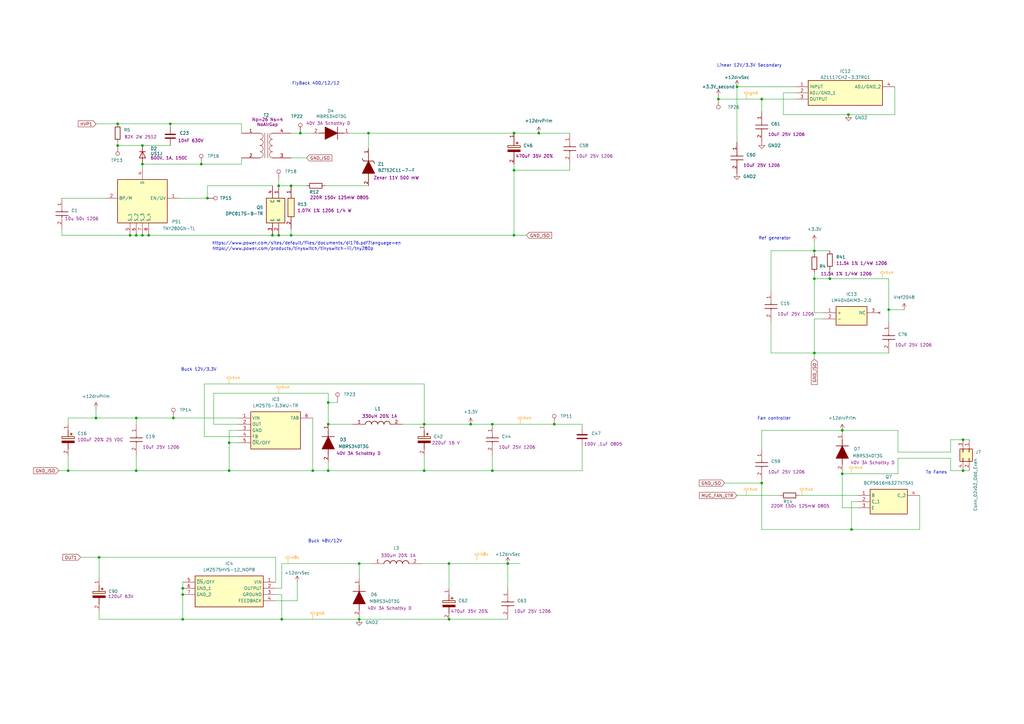
<source format=kicad_sch>
(kicad_sch (version 20250114) (generator "eeschema") (generator_version "9.0")
  (paper "A3")
  (title_block (title "LLC 400V/48V 1200W 100kHz") (date "2025-10-14") (rev "5") (company "Abdelaziz BOUZIANI"))
  (text "Buck 12V/3.3V" (at 81.534 151.638 0) (effects (font (size 1.27 1.27))))
  (text "To Fanes\n" (at 384.048 193.802 0) (effects (font (size 1.27 1.27))))
  (text "Buck 48V/12V" (at 133.35 221.996 0) (effects (font (size 1.27 1.27))))
  (text "Linear 12V/3.3V Secondary\n" (at 307.34 26.924 0) (effects (font (size 1.27 1.27))))
  (text "Fan controller" (at 317.5 171.704 0) (effects (font (size 1.27 1.27))))
  (text "https://www.power.com/products/tinyswitch/tinyswitch-iii/tny280p" (at 120.142 102.108 0) (effects (font (size 1.27 1.27))))
  (text "Ref generator" (at 317.754 97.79 0) (effects (font (size 1.27 1.27))))
  (text "FlyBack 400/12/12" (at 129.54 34.29 0) (effects (font (size 1.27 1.27))))
  (text "https://www.power.com/sites/default/files/documents/di176.pdf?language=en" (at 125.73 99.822 0) (effects (font (size 1.27 1.27))))
  (junction (at 119.38 96.52))
  (junction (at 93.98 181.61))
  (junction (at 208.28 231.14))
  (junction (at 128.27 193.04))
  (junction (at 394.97 193.04))
  (junction (at 55.88 96.52))
  (junction (at 114.3 76.2))
  (junction (at 48.26 50.8))
  (junction (at 74.93 243.84))
  (junction (at 60.96 96.52))
  (junction (at 302.26 35.56))
  (junction (at 349.25 217.17))
  (junction (at 201.93 193.04))
  (junction (at 210.82 54.61))
  (junction (at 39.37 171.45))
  (junction (at 114.3 96.52))
  (junction (at 334.01 102.87))
  (junction (at 147.32 231.14))
  (junction (at 151.13 54.61))
  (junction (at 347.98 46.99))
  (junction (at 74.93 254))
  (junction (at 134.62 173.99))
  (junction (at 201.93 173.99))
  (junction (at 220.98 54.61))
  (junction (at 210.82 69.85))
  (junction (at 48.26 59.69))
  (junction (at 71.12 171.45))
  (junction (at 134.62 193.04))
  (junction (at 345.44 176.53))
  (junction (at 58.42 59.69))
  (junction (at 173.99 193.04))
  (junction (at 364.49 127))
  (junction (at 40.64 228.6))
  (junction (at 334.01 144.78))
  (junction (at 58.42 67.31))
  (junction (at 193.04 173.99))
  (junction (at 184.15 231.14))
  (junction (at 123.19 54.61))
  (junction (at 210.82 96.52))
  (junction (at 394.97 180.34))
  (junction (at 147.32 254))
  (junction (at 334.01 114.3))
  (junction (at 93.98 193.04))
  (junction (at 312.42 40.64))
  (junction (at 173.99 173.99))
  (junction (at 55.88 171.45))
  (junction (at 85.09 81.28))
  (junction (at 74.93 241.3))
  (junction (at 119.38 76.2))
  (junction (at 53.34 96.52))
  (junction (at 345.44 194.31))
  (junction (at 294.64 40.64))
  (junction (at 27.94 193.04))
  (junction (at 340.36 114.3))
  (junction (at 134.62 165.1))
  (junction (at 312.42 198.12))
  (junction (at 111.76 96.52))
  (junction (at 69.85 50.8))
  (junction (at 55.88 193.04))
  (junction (at 227.33 173.99))
  (junction (at 115.57 254))
  (junction (at 82.55 67.31))
  (junction (at 58.42 96.52))
  (junction (at 184.15 254))
  (wire (pts (xy 147.32 231.14) (xy 147.32 237.49)))
  (wire (pts (xy 312.42 198.12) (xy 297.18 198.12)))
  (wire (pts (xy 55.88 193.04) (xy 55.88 186.69)))
  (wire (pts (xy 93.98 176.53) (xy 97.79 176.53)))
  (wire (pts (xy 33.02 228.6) (xy 40.64 228.6)))
  (wire (pts (xy 53.34 96.52) (xy 55.88 96.52)))
  (wire (pts (xy 55.88 96.52) (xy 58.42 96.52)))
  (wire (pts (xy 27.94 171.45) (xy 39.37 171.45)))
  (wire (pts (xy 87.63 161.29) (xy 134.62 161.29)))
  (wire (pts (xy 55.88 171.45) (xy 55.88 173.99)))
  (wire (pts (xy 312.42 196.85) (xy 312.42 198.12)))
  (wire (pts (xy 316.23 144.78) (xy 334.01 144.78)))
  (wire (pts (xy 397.51 180.34) (xy 394.97 180.34)))
  (wire (pts (xy 201.93 193.04) (xy 201.93 186.69)))
  (wire (pts (xy 115.57 241.3) (xy 113.03 241.3)))
  (wire (pts (xy 233.68 69.85) (xy 210.82 69.85)))
  (wire (pts (xy 368.3 187.96) (xy 389.89 187.96)))
  (wire (pts (xy 389.89 187.96) (xy 389.89 193.04)))
  (wire (pts (xy 85.09 76.2) (xy 111.76 76.2)))
  (wire (pts (xy 334.01 144.78) (xy 334.01 147.32)))
  (wire (pts (xy 389.89 193.04) (xy 394.97 193.04)))
  (wire (pts (xy 134.62 189.23) (xy 134.62 193.04)))
  (wire (pts (xy 147.32 254) (xy 184.15 254)))
  (wire (pts (xy 334.01 102.87) (xy 334.01 104.14)))
  (wire (pts (xy 201.93 173.99) (xy 227.33 173.99)))
  (wire (pts (xy 85.09 76.2) (xy 85.09 81.28)))
  (wire (pts (xy 25.4 81.28) (xy 43.18 81.28)))
  (wire (pts (xy 40.64 228.6) (xy 113.03 228.6)))
  (wire (pts (xy 184.15 254) (xy 208.28 254)))
  (wire (pts (xy 115.57 243.84) (xy 115.57 254)))
  (wire (pts (xy 74.93 243.84) (xy 74.93 254)))
  (wire (pts (xy 39.37 50.8) (xy 48.26 50.8)))
  (wire (pts (xy 210.82 54.61) (xy 220.98 54.61)))
  (wire (pts (xy 93.98 181.61) (xy 93.98 193.04)))
  (wire (pts (xy 123.19 54.61) (xy 128.27 54.61)))
  (wire (pts (xy 316.23 132.08) (xy 316.23 144.78)))
  (wire (pts (xy 27.94 193.04) (xy 55.88 193.04)))
  (wire (pts (xy 119.38 76.2) (xy 125.73 76.2)))
  (wire (pts (xy 321.31 38.1) (xy 326.39 38.1)))
  (wire (pts (xy 312.42 176.53) (xy 312.42 184.15)))
  (wire (pts (xy 115.57 241.3) (xy 115.57 231.14)))
  (wire (pts (xy 334.01 114.3) (xy 334.01 111.76)))
  (wire (pts (xy 316.23 102.87) (xy 316.23 119.38)))
  (wire (pts (xy 312.42 217.17) (xy 349.25 217.17)))
  (wire (pts (xy 134.62 161.29) (xy 134.62 165.1)))
  (wire (pts (xy 201.93 193.04) (xy 238.76 193.04)))
  (wire (pts (xy 25.4 96.52) (xy 53.34 96.52)))
  (wire (pts (xy 111.76 96.52) (xy 114.3 96.52)))
  (wire (pts (xy 312.42 176.53) (xy 345.44 176.53)))
  (wire (pts (xy 210.82 69.85) (xy 210.82 67.31)))
  (wire (pts (xy 173.99 193.04) (xy 173.99 186.69)))
  (wire (pts (xy 364.49 127) (xy 370.84 127)))
  (wire (pts (xy 113.03 228.6) (xy 113.03 238.76)))
  (wire (pts (xy 334.01 99.06) (xy 334.01 102.87)))
  (wire (pts (xy 82.55 67.31) (xy 99.06 67.31)))
  (wire (pts (xy 83.82 179.07) (xy 97.79 179.07)))
  (wire (pts (xy 97.79 173.99) (xy 87.63 173.99)))
  (wire (pts (xy 349.25 217.17) (xy 377.19 217.17)))
  (wire (pts (xy 24.13 193.04) (xy 27.94 193.04)))
  (wire (pts (xy 119.38 54.61) (xy 123.19 54.61)))
  (wire (pts (xy 368.3 194.31) (xy 368.3 187.96)))
  (wire (pts (xy 334.01 130.81) (xy 334.01 144.78)))
  (wire (pts (xy 48.26 50.8) (xy 69.85 50.8)))
  (wire (pts (xy 133.35 76.2) (xy 151.13 76.2)))
  (wire (pts (xy 74.93 241.3) (xy 74.93 243.84)))
  (wire (pts (xy 113.03 246.38) (xy 121.92 246.38)))
  (wire (pts (xy 151.13 60.96) (xy 151.13 54.61)))
  (wire (pts (xy 99.06 50.8) (xy 99.06 54.61)))
  (wire (pts (xy 87.63 173.99) (xy 87.63 161.29)))
  (wire (pts (xy 294.64 40.64) (xy 312.42 40.64)))
  (wire (pts (xy 368.3 185.42) (xy 389.89 185.42)))
  (wire (pts (xy 345.44 208.28) (xy 351.79 208.28)))
  (wire (pts (xy 302.26 35.56) (xy 302.26 58.42)))
  (wire (pts (xy 58.42 67.31) (xy 82.55 67.31)))
  (wire (pts (xy 85.09 81.28) (xy 73.66 81.28)))
  (wire (pts (xy 172.72 231.14) (xy 184.15 231.14)))
  (wire (pts (xy 368.3 176.53) (xy 368.3 185.42)))
  (wire (pts (xy 114.3 96.52) (xy 119.38 96.52)))
  (wire (pts (xy 302.26 203.2) (xy 320.04 203.2)))
  (wire (pts (xy 39.37 167.64) (xy 39.37 171.45)))
  (wire (pts (xy 55.88 193.04) (xy 93.98 193.04)))
  (wire (pts (xy 340.36 110.49) (xy 340.36 114.3)))
  (wire (pts (xy 69.85 50.8) (xy 99.06 50.8)))
  (wire (pts (xy 238.76 175.26) (xy 238.76 173.99)))
  (wire (pts (xy 208.28 231.14) (xy 208.28 241.3)))
  (wire (pts (xy 184.15 231.14) (xy 184.15 241.3)))
  (wire (pts (xy 193.04 173.99) (xy 201.93 173.99)))
  (wire (pts (xy 128.27 193.04) (xy 134.62 193.04)))
  (wire (pts (xy 227.33 173.99) (xy 238.76 173.99)))
  (wire (pts (xy 173.99 157.48) (xy 173.99 173.99)))
  (wire (pts (xy 345.44 194.31) (xy 345.44 208.28)))
  (wire (pts (xy 233.68 67.31) (xy 233.68 69.85)))
  (wire (pts (xy 173.99 193.04) (xy 201.93 193.04)))
  (wire (pts (xy 134.62 165.1) (xy 134.62 173.99)))
  (wire (pts (xy 69.85 52.07) (xy 69.85 50.8)))
  (wire (pts (xy 93.98 193.04) (xy 128.27 193.04)))
  (wire (pts (xy 128.27 171.45) (xy 128.27 193.04)))
  (wire (pts (xy 364.49 127) (xy 364.49 132.08)))
  (wire (pts (xy 119.38 64.77) (xy 125.73 64.77)))
  (wire (pts (xy 93.98 176.53) (xy 93.98 181.61)))
  (wire (pts (xy 83.82 157.48) (xy 173.99 157.48)))
  (wire (pts (xy 58.42 67.31) (xy 58.42 68.58)))
  (wire (pts (xy 114.3 76.2) (xy 119.38 76.2)))
  (wire (pts (xy 347.98 46.99) (xy 321.31 46.99)))
  (wire (pts (xy 119.38 93.98) (xy 119.38 96.52)))
  (wire (pts (xy 327.66 203.2) (xy 351.79 203.2)))
  (wire (pts (xy 99.06 67.31) (xy 99.06 64.77)))
  (wire (pts (xy 210.82 69.85) (xy 210.82 96.52)))
  (wire (pts (xy 27.94 193.04) (xy 27.94 186.69)))
  (wire (pts (xy 302.26 35.56) (xy 326.39 35.56)))
  (wire (pts (xy 334.01 114.3) (xy 334.01 128.27)))
  (wire (pts (xy 74.93 254) (xy 115.57 254)))
  (wire (pts (xy 147.32 231.14) (xy 152.4 231.14)))
  (wire (pts (xy 345.44 176.53) (xy 368.3 176.53)))
  (wire (pts (xy 389.89 180.34) (xy 389.89 185.42)))
  (wire (pts (xy 334.01 102.87) (xy 340.36 102.87)))
  (wire (pts (xy 210.82 96.52) (xy 215.9 96.52)))
  (wire (pts (xy 134.62 165.1) (xy 138.43 165.1)))
  (wire (pts (xy 115.57 231.14) (xy 147.32 231.14)))
  (wire (pts (xy 238.76 182.88) (xy 238.76 193.04)))
  (wire (pts (xy 345.44 176.53) (xy 345.44 177.8)))
  (wire (pts (xy 147.32 252.73) (xy 147.32 254)))
  (wire (pts (xy 377.19 203.2) (xy 377.19 217.17)))
  (wire (pts (xy 340.36 114.3) (xy 364.49 114.3)))
  (wire (pts (xy 312.42 40.64) (xy 312.42 45.72)))
  (wire (pts (xy 337.82 128.27) (xy 334.01 128.27)))
  (wire (pts (xy 165.1 173.99) (xy 173.99 173.99)))
  (wire (pts (xy 312.42 40.64) (xy 326.39 40.64)))
  (wire (pts (xy 40.64 228.6) (xy 40.64 237.49)))
  (wire (pts (xy 143.51 54.61) (xy 151.13 54.61)))
  (wire (pts (xy 208.28 231.14) (xy 213.36 231.14)))
  (wire (pts (xy 334.01 114.3) (xy 340.36 114.3)))
  (wire (pts (xy 115.57 254) (xy 147.32 254)))
  (wire (pts (xy 367.03 35.56) (xy 367.03 46.99)))
  (wire (pts (xy 220.98 54.61) (xy 233.68 54.61)))
  (wire (pts (xy 74.93 238.76) (xy 74.93 241.3)))
  (wire (pts (xy 364.49 144.78) (xy 334.01 144.78)))
  (wire (pts (xy 349.25 205.74) (xy 349.25 217.17)))
  (wire (pts (xy 334.01 102.87) (xy 316.23 102.87)))
  (wire (pts (xy 121.92 238.76) (xy 121.92 246.38)))
  (wire (pts (xy 321.31 46.99) (xy 321.31 38.1)))
  (wire (pts (xy 151.13 54.61) (xy 210.82 54.61)))
  (wire (pts (xy 394.97 180.34) (xy 389.89 180.34)))
  (wire (pts (xy 345.44 193.04) (xy 345.44 194.31)))
  (wire (pts (xy 71.12 171.45) (xy 55.88 171.45)))
  (wire (pts (xy 58.42 96.52) (xy 60.96 96.52)))
  (wire (pts (xy 27.94 171.45) (xy 27.94 173.99)))
  (wire (pts (xy 39.37 171.45) (xy 55.88 171.45)))
  (wire (pts (xy 48.26 59.69) (xy 48.26 58.42)))
  (wire (pts (xy 97.79 171.45) (xy 71.12 171.45)))
  (wire (pts (xy 60.96 96.52) (xy 111.76 96.52)))
  (wire (pts (xy 40.64 254) (xy 74.93 254)))
  (wire (pts (xy 184.15 231.14) (xy 208.28 231.14)))
  (wire (pts (xy 58.42 59.69) (xy 69.85 59.69)))
  (wire (pts (xy 40.64 250.19) (xy 40.64 254)))
  (wire (pts (xy 334.01 130.81) (xy 337.82 130.81)))
  (wire (pts (xy 113.03 243.84) (xy 115.57 243.84)))
  (wire (pts (xy 173.99 173.99) (xy 193.04 173.99)))
  (wire (pts (xy 83.82 157.48) (xy 83.82 179.07)))
  (wire (pts (xy 312.42 198.12) (xy 312.42 217.17)))
  (wire (pts (xy 25.4 93.98) (xy 25.4 96.52)))
  (wire (pts (xy 294.64 40.64) (xy 294.64 39.37)))
  (wire (pts (xy 134.62 173.99) (xy 144.78 173.99)))
  (wire (pts (xy 364.49 114.3) (xy 364.49 127)))
  (wire (pts (xy 349.25 205.74) (xy 351.79 205.74)))
  (wire (pts (xy 367.03 46.99) (xy 347.98 46.99)))
  (wire (pts (xy 114.3 73.66) (xy 114.3 76.2)))
  (wire (pts (xy 345.44 194.31) (xy 368.3 194.31)))
  (wire (pts (xy 394.97 193.04) (xy 397.51 193.04)))
  (wire (pts (xy 93.98 181.61) (xy 97.79 181.61)))
  (wire (pts (xy 119.38 96.52) (xy 210.82 96.52)))
  (wire (pts (xy 48.26 59.69) (xy 58.42 59.69)))
  (wire (pts (xy 134.62 193.04) (xy 173.99 193.04)))
  (global_label "OUT1" (shape input) (at 33.02 228.6 180) (property "Intersheetrefs" "${INTERSHEET_REFS}" (effects (hide yes))))
  (global_label "MUC_FAN_CTR" (shape input) (at 302.26 203.2 180) (property "Intersheetrefs" "${INTERSHEET_REFS}" (effects (hide yes))))
  (global_label "GND_ISO" (shape input) (at 297.18 198.12 180) (property "Intersheetrefs" "${INTERSHEET_REFS}" (effects (hide yes))))
  (global_label "GND_ISO" (shape input) (at 24.13 193.04 180) (property "Intersheetrefs" "${INTERSHEET_REFS}" (effects (hide yes))))
  (global_label "HVP1" (shape input) (at 39.37 50.8 180) (property "Intersheetrefs" "${INTERSHEET_REFS}" (effects (hide yes))))
  (global_label "GND_ISO" (shape input) (at 215.9 96.52 0) (property "Intersheetrefs" "${INTERSHEET_REFS}" (effects (hide yes))))
  (global_label "GND_ISO" (shape input) (at 334.01 147.32 270) (property "Intersheetrefs" "${INTERSHEET_REFS}" (effects (hide yes))))
  (global_label "GND_ISO" (shape input) (at 125.73 64.77 0) (property "Intersheetrefs" "${INTERSHEET_REFS}" (effects (hide yes))))
  (netclass_flag "" (length 2.54) (shape diamond) (at 128.27 254 0) (property "Netclass" "gnd" (at 129.4765 251.46 0) (effects (justify left))))
  (netclass_flag "" (length 2.54) (shape diamond) (at 118.11 231.14 0) (property "Netclass" "48v" (at 119.3165 228.6 0) (effects (justify left))))
  (netclass_flag "" (length 2.54) (shape diamond) (at 361.95 114.3 0) (property "Netclass" "hvn" (at 363.1565 111.76 0) (effects (justify left))))
  (netclass_flag "" (length 2.54) (shape diamond) (at 306.07 203.2 0) (property "Netclass" "hvn" (at 307.2765 200.66 0) (effects (justify left))))
  (netclass_flag "" (length 2.54) (shape diamond) (at 306.07 40.64 0) (property "Netclass" "gnd" (at 307.2765 38.1 0) (effects (justify left))))
  (netclass_flag "" (length 2.54) (shape diamond) (at 114.3 161.29 0) (property "Netclass" "hvn" (at 115.5065 158.75 0) (effects (justify left))))
  (netclass_flag "" (length 2.54) (shape diamond) (at 93.98 157.48 0) (property "Netclass" "hvn" (at 95.1865 154.94 0) (effects (justify left))))
  (netclass_flag "" (length 2.54) (shape diamond) (at 213.36 173.99 0) (property "Netclass" "hvn" (at 214.5665 171.45 0) (effects (justify left))))
  (netclass_flag "" (length 2.54) (shape diamond) (at 349.25 194.31 0) (property "Netclass" "hvn" (at 350.4565 191.77 0) (effects (justify left))))
  (netclass_flag "" (length 2.54) (shape diamond) (at 328.93 203.2 0) (property "Netclass" "hvn" (at 330.1365 200.66 0) (effects (justify left))))
  (netclass_flag "" (length 2.54) (shape diamond) (at 195.58 229.87 0) (property "Netclass" "48v" (at 196.7865 227.33 0) (effects (justify left))))
  (symbol (lib_id "power:GND2") (at 147.32 254 0) (unit 1)
    (property "Reference" "#PWR030" (effects (hide yes)))
    (property "Value" "GND2" (at 149.86 255.2699 0) (effects (justify left)))
    (property "Description" "Power symbol creates a global label with name \"GND2\" , ground" (effects (hide yes)))
  )
  (symbol (lib_id "Connector:TestPoint") (at 227.33 173.99 0) (unit 1)
    (property "Reference" "TP11" (at 229.87 170.6879 0) (effects (justify left)))
    (property "Value" "TestPoint" (effects (hide yes)))
    (property "Footprint" "TestPoint:TestPoint_Pad_D1.0mm" (effects (hide yes)))
    (property "Description" "test point" (effects (hide yes)))
  )
  (symbol (lib_id "AZ1117CH2-3_3TRG1:AZ1117CH2-3.3TRG1") (at 326.39 35.56 0) (unit 1)
    (property "Reference" "IC12" (at 346.71 29.21 0))
    (property "Value" "AZ1117CH2-3.3TRG1" (at 346.71 31.75 0))
    (property "Footprint" "SOT230P700X180-4N" (effects (hide yes)))
    (property "Datasheet" "https://www.diodes.com//assets/Datasheets/AZ1117C.pdf" (effects (hide yes)))
    (property "Description" "LDO Voltage Regulators LDO BJT HiCurr SOT223 T&R 4K" (effects (hide yes)))
    (property "Height" "1.8" (effects (hide yes)))
    (property "Mouser Part Number" "621-AZ1117CH2-33TRG1" (effects (hide yes)))
    (property "Mouser Price/Stock" "https://www.mouser.co.uk/ProductDetail/Diodes-Incorporated/AZ1117CH2-3.3TRG1?qs=lQAVKuKFhkLc7jCxso2G3w%3D%3D" (effects (hide yes)))
    (property "Manufacturer_Name" "Diodes Incorporated" (effects (hide yes)))
    (property "Manufacturer_Part_Number" "AZ1117CH2-3.3TRG1" (effects (hide yes)))
  )
  (symbol (lib_id "power:+5V") (at 193.04 173.99 0) (unit 1)
    (property "Reference" "#PWR019" (effects (hide yes)))
    (property "Value" "+3.3V" (at 193.04 168.91 0))
    (property "Description" "Power symbol creates a global label with name \"+5V\"" (effects (hide yes)))
  )
  (symbol (lib_id "BZT52C11-7-F:BZT52C11-7-F") (at 151.13 60.96 270) (unit 1)
    (property "Reference" "Z1" (at 154.94 67.3099 90) (effects (justify left)))
    (property "Value" "BZT52C11-7-F" (at 154.94 69.8499 90) (effects (justify left)))
    (property "Footprint" "BZT52C11-7-F:SOD3716X145N" (effects (hide yes)))
    (property "Datasheet" "https://www.diodes.com//assets/Datasheets/ds18004.pdf" (effects (hide yes)))
    (property "Description" "Zener 11V 500 mW" (at 162.56 72.898 90))
    (property "Height" "1.45" (effects (hide yes)))
    (property "Mouser Part Number" "621-BZT52C11-F" (effects (hide yes)))
    (property "Mouser Price/Stock" "https://www.mouser.co.uk/ProductDetail/Diodes-Incorporated/BZT52C11-7-F?qs=NCeJV9s1cFlH%2FmA72UzX4g%3D%3D" (effects (hide yes)))
    (property "Manufacturer_Name" "Diodes Incorporated" (effects (hide yes)))
    (property "Manufacturer_Part_Number" "BZT52C11-7-F" (effects (hide yes)))
  )
  (symbol (lib_id "LM4040AIM3-10_0_NOPB:LM4040AIM3-10.0_NOPB") (at 337.82 128.27 0) (unit 1)
    (property "Reference" "IC13" (at 349.25 120.65 0))
    (property "Value" "LM4040AIM3-2.0" (at 349.25 123.19 0))
    (property "Footprint" "LM4040AIM3-10.0_NOPB:SOT95P237X112-3N" (effects (hide yes)))
    (property "Datasheet" "https://www.ti.com/lit/ds/symlink/lm4040c25-ep.pdf?ts=1759651217948&ref_url=https%253A%252F%252Fwww.ti.com%252Fproduct%252FLM4040C25-EP%253Futm_source%253Dgoogle%2526utm_medium%253Dcpc%2526utm_campaign%253Dapp-lp-null-44700045336317554_prodfolderdynamic-cpc-pf-google-eu_en_int%2526utm_content%253Dprodfolddynamic%2526ds_k%253DDYNAMIC+SEARCH+ADS%2526DCM%253Dyes%2526gclsrc%253Daw.ds%2526gad_source%253D1%2526gad_campaignid%253D8849308695" (effects (hide yes)))
    (property "Description" "PRECISION MICROPOWER SHUNT VOLTAGE REFERENCE 2.5v" (effects (hide yes)))
    (property "Manufacturer_Name" "Texas Instruments" (effects (hide yes)))
  )
  (symbol (lib_id "Connector:TestPoint") (at 123.19 54.61 0) (mirror y) (unit 1)
    (property "Reference" "TP22" (at 124.206 47.752 0) (effects (justify left)))
    (property "Value" "TestPoint" (effects (hide yes)))
    (property "Footprint" "TestPoint:TestPoint_Pad_D1.0mm" (effects (hide yes)))
    (property "Description" "test point" (effects (hide yes)))
  )
  (symbol (lib_id "GRM31CR71E106KA12K:GRM31CR71E106KA12K") (at 302.26 58.42 270) (unit 1)
    (property "Reference" "C60" (at 306.07 63.4999 90) (effects (justify left)))
    (property "Value" "GRM31CR71E106KA12K" (effects (hide yes)))
    (property "Footprint" "GRM31CR71E106KA12K:GRM31x" (effects (hide yes)))
    (property "Datasheet" "https://search.murata.co.jp/Ceramy/image/img/A01X/G101/ENG/GRM31CR71E106KA12-01CA.pdf" (effects (hide yes)))
    (property "Description" "10uF 25V 1206" (at 312.42 67.818 90))
    (property "Height" "1.25" (effects (hide yes)))
    (property "Mouser Part Number" "81-GRM31CR71E106KA2K" (effects (hide yes)))
    (property "Mouser Price/Stock" "https://www.mouser.co.uk/ProductDetail/Murata-Electronics/GRM31CR71E106KA12K?qs=raY79WRVTyM6xGVExNjdaw%3D%3D" (effects (hide yes)))
    (property "Manufacturer_Name" "Murata Electronics" (effects (hide yes)))
    (property "Manufacturer_Part_Number" "GRM31CR71E106KA12K" (effects (hide yes)))
  )
  (symbol (lib_id "GRM31CR71E106KA12K:GRM31CR71E106KA12K") (at 312.42 45.72 270) (unit 1)
    (property "Reference" "C61" (at 316.23 50.7999 90) (effects (justify left)))
    (property "Value" "GRM31CR71E106KA12K" (effects (hide yes)))
    (property "Footprint" "Capacitor_SMD:C_1206_3216Metric_Pad1.33x1.80mm_HandSolder" (effects (hide yes)))
    (property "Datasheet" "https://search.murata.co.jp/Ceramy/image/img/A01X/G101/ENG/GRM31CR71E106KA12-01CA.pdf" (effects (hide yes)))
    (property "Description" "10uF 25V 1206" (at 322.58 55.118 90))
    (property "Height" "1.25" (effects (hide yes)))
    (property "Mouser Part Number" "81-GRM31CR71E106KA2K" (effects (hide yes)))
    (property "Mouser Price/Stock" "https://www.mouser.co.uk/ProductDetail/Murata-Electronics/GRM31CR71E106KA12K?qs=raY79WRVTyM6xGVExNjdaw%3D%3D" (effects (hide yes)))
    (property "Manufacturer_Name" "Murata Electronics" (effects (hide yes)))
    (property "Manufacturer_Part_Number" "GRM31CR71E106KA12K" (effects (hide yes)))
  )
  (symbol (lib_id "MBRS340T3G:MBRS340T3G") (at 345.44 177.8 90) (mirror x) (unit 1)
    (property "Reference" "D7" (at 351.536 184.15 90))
    (property "Value" "MBRS340T3G" (at 355.854 186.944 90))
    (property "Footprint" "MBRS340T3G:DIOM8059X261N" (effects (hide yes)))
    (property "Datasheet" "https://www.onsemi.com/pub/Collateral/MBRS340T3-D.PDF" (effects (hide yes)))
    (property "Description" "40V 3A Schottky D" (at 357.886 189.738 90))
    (property "Height" "2.61" (effects (hide yes)))
    (property "Mouser Part Number" "863-MBRS340T3G" (effects (hide yes)))
    (property "Mouser Price/Stock" "https://www.mouser.co.uk/ProductDetail/onsemi/MBRS340T3G?qs=3JMERSakeboCr3wxBgfY3w%3D%3D" (effects (hide yes)))
    (property "Manufacturer_Name" "onsemi" (effects (hide yes)))
    (property "Manufacturer_Part_Number" "MBRS340T3G" (effects (hide yes)))
  )
  (symbol (lib_id "Connector:TestPoint") (at 138.43 165.1 0) (unit 1)
    (property "Reference" "TP23" (at 140.97 161.7979 0) (effects (justify left)))
    (property "Value" "TestPoint" (effects (hide yes)))
    (property "Footprint" "TestPoint:TestPoint_Pad_D1.0mm" (effects (hide yes)))
    (property "Description" "test point" (effects (hide yes)))
  )
  (symbol (lib_id "Connector_Generic:Conn_02x02_Odd_Even") (at 397.51 185.42 270) (unit 1)
    (property "Reference" "J7" (at 400.05 185.4199 90) (effects (justify left)))
    (property "Value" "Conn_02x02_Odd_Even" (at 400.05 187.9599 0) (effects (justify left)))
    (property "Footprint" "Connector_PinHeader_2.54mm:PinHeader_2x02_P2.54mm_Vertical_SMD" (effects (hide yes)))
    (property "Description" "Generic connector, double row, 02x02, odd/even pin numbering scheme (row 1 odd numbers, row 2 even numbers), script generated (kicad-library-utils/schlib/autogen/connector/)" (effects (hide yes)))
  )
  (symbol (lib_id "Connector:TestPoint") (at 82.55 67.31 0) (unit 1)
    (property "Reference" "TP16" (at 85.09 64.0079 0) (effects (justify left)))
    (property "Value" "TestPoint" (effects (hide yes)))
    (property "Footprint" "TestPoint:TestPoint_Pad_D1.0mm" (effects (hide yes)))
    (property "Description" "test point" (effects (hide yes)))
  )
  (symbol (lib_id "Device:R") (at 48.26 54.61 0) (unit 1)
    (property "Reference" "R5" (at 50.8 53.3399 0) (effects (justify left)))
    (property "Value" "9-2176070-5" (effects (hide yes)))
    (property "Footprint" "Resistor_SMD:R_2512_6332Metric" (effects (hide yes)))
    (property "Datasheet" "https://www.te.com/commerce/DocumentDelivery/DDEController?Action=srchrtrv&DocNm=2176070&DocType=Customer+Drawing&DocLang=English&PartCntxt=9-2176070-5&DocFormat=pdf" (effects (hide yes)))
    (property "Description" "82K 2W 2512" (at 57.658 56.134 0))
    (property "Mouser Part Number" "9-2176070-5" (effects (hide yes)))
    (property "Manufacturer_Name" "TE Connectivity / P&B" (effects (hide yes)))
    (property "Manufacturer_Part_Number " "571-9-2176070-5" (effects (hide yes)))
  )
  (symbol (lib_id "GRM31CR71E106KA12K:GRM31CR71E106KA12K") (at 201.93 173.99 270) (unit 1)
    (property "Reference" "C44" (at 205.74 179.0699 90) (effects (justify left)))
    (property "Value" "GRM31CR71E106KA12K" (effects (hide yes)))
    (property "Footprint" "GRM31CR71E106KA12K:GRM31x" (effects (hide yes)))
    (property "Datasheet" "https://search.murata.co.jp/Ceramy/image/img/A01X/G101/ENG/GRM31CR71E106KA12-01CA.pdf" (effects (hide yes)))
    (property "Description" "10uF 25V 1206" (at 212.09 183.388 90))
    (property "Height" "1.25" (effects (hide yes)))
    (property "Mouser Part Number" "81-GRM31CR71E106KA2K" (effects (hide yes)))
    (property "Mouser Price/Stock" "https://www.mouser.co.uk/ProductDetail/Murata-Electronics/GRM31CR71E106KA12K?qs=raY79WRVTyM6xGVExNjdaw%3D%3D" (effects (hide yes)))
    (property "Manufacturer_Name" "Murata Electronics" (effects (hide yes)))
    (property "Manufacturer_Part_Number" "GRM31CR71E106KA12K" (effects (hide yes)))
  )
  (symbol (lib_id "GRM31CR71E106KA12K:GRM31CR71E106KA12K") (at 316.23 119.38 270) (unit 1)
    (property "Reference" "C15" (at 320.04 124.4599 90) (effects (justify left)))
    (property "Value" "GRM31CR71E106KA12K" (effects (hide yes)))
    (property "Footprint" "GRM31CR71E106KA12K:GRM31x" (effects (hide yes)))
    (property "Datasheet" "https://search.murata.co.jp/Ceramy/image/img/A01X/G101/ENG/GRM31CR71E106KA12-01CA.pdf" (effects (hide yes)))
    (property "Description" "10uF 25V 1206" (at 326.39 128.778 90))
    (property "Height" "1.25" (effects (hide yes)))
    (property "Mouser Part Number" "81-GRM31CR71E106KA2K" (effects (hide yes)))
    (property "Mouser Price/Stock" "https://www.mouser.co.uk/ProductDetail/Murata-Electronics/GRM31CR71E106KA12K?qs=raY79WRVTyM6xGVExNjdaw%3D%3D" (effects (hide yes)))
    (property "Manufacturer_Name" "Murata Electronics" (effects (hide yes)))
    (property "Manufacturer_Part_Number" "GRM31CR71E106KA12K" (effects (hide yes)))
  )
  (symbol (lib_id "EEV-FK1V471Q:EEV-FK1V471Q") (at 184.15 241.3 270) (unit 1)
    (property "Reference" "C62" (at 187.96 246.3799 90) (effects (justify left)))
    (property "Value" "EEV-FK1V471Q" (effects (hide yes)))
    (property "Footprint" "EEV-FK1V471Q:EEEFK0J332AQ" (effects (hide yes)))
    (property "Datasheet" "http://industrial.panasonic.com/cdbs/www-data/pdf/RDE0000/ABA0000C1181.pdf" (effects (hide yes)))
    (property "Description" "470uF 35V 20%" (at 192.532 250.698 90))
    (property "Height" "15" (effects (hide yes)))
    (property "Mouser Part Number" "667-EEV-FK1V471Q" (effects (hide yes)))
    (property "Mouser Price/Stock" "https://www.mouser.co.uk/ProductDetail/Panasonic/EEV-FK1V471Q?qs=f%252BPvLx1Hi0nmPvz1q5bc1Q%3D%3D" (effects (hide yes)))
    (property "Manufacturer_Name" "Panasonic" (effects (hide yes)))
    (property "Manufacturer_Part_Number" "EEV-FK1V471Q" (effects (hide yes)))
    (property "Field10" "Cap Aluminum Lytic 470uF 35V 20% (12.5 X 13.5mm) SMD 0.06 Ohm 1100mA 2000h 105C Automotive T/R" (effects (hide yes)))
  )
  (symbol (lib_id "power:GND2") (at 347.98 46.99 0) (unit 1)
    (property "Reference" "#PWR038" (effects (hide yes)))
    (property "Value" "GND2" (at 350.52 48.2599 0) (effects (justify left)))
    (property "Description" "Power symbol creates a global label with name \"GND2\" , ground" (effects (hide yes)))
  )
  (symbol (lib_id "power:+12V") (at 39.37 167.64 0) (unit 1)
    (property "Reference" "#PWR04" (effects (hide yes)))
    (property "Value" "+12drvPrim" (at 39.37 162.56 0))
    (property "Description" "Power symbol creates a global label with name \"+12V\"" (effects (hide yes)))
  )
  (symbol (lib_id "power:+12V") (at 208.28 231.14 0) (unit 1)
    (property "Reference" "#PWR041" (effects (hide yes)))
    (property "Value" "+12drvSec" (at 208.28 227.33 0))
    (property "Description" "Power symbol creates a global label with name \"+12V\"" (effects (hide yes)))
  )
  (symbol (lib_id "power:+12V") (at 121.92 238.76 0) (unit 1)
    (property "Reference" "#PWR022" (effects (hide yes)))
    (property "Value" "+12drvSec" (at 121.92 234.95 0))
    (property "Description" "Power symbol creates a global label with name \"+12V\"" (effects (hide yes)))
  )
  (symbol (lib_id "power:GND2") (at 302.26 71.12 0) (unit 1)
    (property "Reference" "#PWR029" (effects (hide yes)))
    (property "Value" "GND2" (at 304.8 72.3899 0) (effects (justify left)))
    (property "Description" "Power symbol creates a global label with name \"GND2\" , ground" (effects (hide yes)))
  )
  (symbol (lib_id "Device:C") (at 238.76 179.07 0) (unit 1)
    (property "Reference" "C47" (at 242.57 177.7999 0) (effects (justify left)))
    (property "Value" "SH21B104K101CT" (effects (hide yes)))
    (property "Footprint" "Capacitor_SMD:C_0805_2012Metric" (effects (hide yes)))
    (property "Datasheet" "https://www.mouser.fr/datasheet/3/317/1/WTC_MLCC_Soft_term_SH.pdf" (effects (hide yes)))
    (property "Description" "100V .1uF 0805" (at 247.396 182.118 0))
    (property "Manufacturer_Name" "Walsin" (effects (hide yes)))
    (property "Manufacturer_Part_Number " "SH21B104K101CT" (effects (hide yes)))
    (property "Mouser Part Number" "791-SH21B104K101CT" (effects (hide yes)))
  )
  (symbol (lib_id "power:+5V") (at 294.64 39.37 0) (unit 1)
    (property "Reference" "#PWR024" (effects (hide yes)))
    (property "Value" "+3.3V_second" (at 294.64 35.56 0))
    (property "Description" "Power symbol creates a global label with name \"+5V\"" (effects (hide yes)))
  )
  (symbol (lib_id "Connector:TestPoint") (at 48.26 59.69 180) (unit 1)
    (property "Reference" "TP13" (at 45.466 65.786 0) (effects (justify right)))
    (property "Value" "TestPoint" (effects (hide yes)))
    (property "Footprint" "TestPoint:TestPoint_Pad_D1.0mm" (effects (hide yes)))
    (property "Description" "test point" (effects (hide yes)))
  )
  (symbol (lib_id "Device:Transformer_1P_1S") (at 109.22 59.69 0) (unit 1)
    (property "Reference" "T2" (at 109.22 47.244 0))
    (property "Value" "Transformer_1P_1S" (effects (hide yes)))
    (property "Description" "Np=26 Ns=4" (at 109.728 49.022 0))
    (property "Field5" "NoAirGap" (at 109.728 51.054 0))
  )
  (symbol (lib_id "Connector:TestPoint") (at 114.3 73.66 0) (unit 1)
    (property "Reference" "TP18" (at 116.84 70.3579 0) (effects (justify left)))
    (property "Value" "TestPoint" (effects (hide yes)))
    (property "Footprint" "TestPoint:TestPoint_Pad_D1.0mm" (effects (hide yes)))
    (property "Description" "test point" (effects (hide yes)))
  )
  (symbol (lib_id "EEV-FK1V471Q:EEV-FK1V471Q") (at 210.82 54.61 270) (unit 1)
    (property "Reference" "C46" (at 214.63 59.6899 90) (effects (justify left)))
    (property "Value" "EEV-FK1V471Q" (effects (hide yes)))
    (property "Footprint" "EEV-FK1V471Q:EEEFK0J332AQ" (effects (hide yes)))
    (property "Datasheet" "http://industrial.panasonic.com/cdbs/www-data/pdf/RDE0000/ABA0000C1181.pdf" (effects (hide yes)))
    (property "Description" "470uF 35V 20%" (at 219.202 64.008 90))
    (property "Height" "15" (effects (hide yes)))
    (property "Mouser Part Number" "667-EEV-FK1V471Q" (effects (hide yes)))
    (property "Mouser Price/Stock" "https://www.mouser.co.uk/ProductDetail/Panasonic/EEV-FK1V471Q?qs=f%252BPvLx1Hi0nmPvz1q5bc1Q%3D%3D" (effects (hide yes)))
    (property "Manufacturer_Name" "Panasonic" (effects (hide yes)))
    (property "Manufacturer_Part_Number" "EEV-FK1V471Q" (effects (hide yes)))
    (property "Field10" "Cap Aluminum Lytic 470uF 35V 20% (12.5 X 13.5mm) SMD 0.06 Ohm 1100mA 2000h 105C Automotive T/R" (effects (hide yes)))
  )
  (symbol (lib_id "GRM31CR71E106KA12K:GRM31CR71E106KA12K") (at 312.42 184.15 270) (unit 1)
    (property "Reference" "C59" (at 316.23 189.2299 90) (effects (justify left)))
    (property "Value" "GRM31CR71E106KA12K" (effects (hide yes)))
    (property "Footprint" "GRM31CR71E106KA12K:GRM31x" (effects (hide yes)))
    (property "Datasheet" "https://search.murata.co.jp/Ceramy/image/img/A01X/G101/ENG/GRM31CR71E106KA12-01CA.pdf" (effects (hide yes)))
    (property "Description" "10uF 25V 1206" (at 322.58 193.548 90))
    (property "Height" "1.25" (effects (hide yes)))
    (property "Mouser Part Number" "81-GRM31CR71E106KA2K" (effects (hide yes)))
    (property "Mouser Price/Stock" "https://www.mouser.co.uk/ProductDetail/Murata-Electronics/GRM31CR71E106KA12K?qs=raY79WRVTyM6xGVExNjdaw%3D%3D" (effects (hide yes)))
    (property "Manufacturer_Name" "Murata Electronics" (effects (hide yes)))
    (property "Manufacturer_Part_Number" "GRM31CR71E106KA12K" (effects (hide yes)))
  )
  (symbol (lib_id "Connector:TestPoint") (at 71.12 171.45 0) (unit 1)
    (property "Reference" "TP14" (at 73.66 168.1479 0) (effects (justify left)))
    (property "Value" "TestPoint" (effects (hide yes)))
    (property "Footprint" "TestPoint:TestPoint_Pad_D1.0mm" (effects (hide yes)))
    (property "Description" "test point" (effects (hide yes)))
  )
  (symbol (lib_id "A768EB107M1ELAS036:A768EB107M1ELAS036") (at 27.94 172.72 270) (unit 1)
    (property "Reference" "C16" (at 31.75 177.7999 90) (effects (justify left)))
    (property "Value" "A768EB107M1ELAS036" (effects (hide yes)))
    (property "Footprint" "A768EB107M1ELAS036:CAPAE660X600N" (effects (hide yes)))
    (property "Datasheet" "https://content.kemet.com/datasheets/KEM_A4088_A768.pdf" (effects (hide yes)))
    (property "Description" "100uF 20% 25 VDC" (at 41.148 180.34 90))
    (property "Height" "6" (effects (hide yes)))
    (property "Mouser Part Number" "80-A768EB107M1ELAS36" (effects (hide yes)))
    (property "Mouser Price/Stock" "https://www.mouser.co.uk/ProductDetail/KEMET/A768EB107M1ELAS036?qs=DuoOggApuK8GRda2HhTQFg%3D%3D" (effects (hide yes)))
    (property "Manufacturer_Name" "KEMET" (effects (hide yes)))
    (property "Manufacturer_Part_Number" "A768EB107M1ELAS036" (effects (hide yes)))
    (property "Field10" "A768, Aluminum, Polymer Aluminum, 100 uF, 20%, 25 VDC, -55/+125C, 125C, -55C, 125C, 2,000 Hrs, 36 mOhms, 500 uA, 6.3mm, 5.7mm, 1000" (effects (hide yes)))
  )
  (symbol (lib_id "power:+3V0") (at 370.84 127 0) (unit 1)
    (property "Reference" "#PWR052" (effects (hide yes)))
    (property "Value" "Vref2048" (at 370.84 121.92 0))
    (property "Description" "Power symbol creates a global label with name \"+3V0\"" (effects (hide yes)))
  )
  (symbol (lib_id "875115350002:875115350002") (at 173.99 173.99 270) (unit 1)
    (property "Reference" "C42" (at 177.8 179.0699 90) (effects (justify left)))
    (property "Value" "875115350002" (effects (hide yes)))
    (property "Footprint" "CAPAE830X770N" (effects (hide yes)))
    (property "Datasheet" "http://katalog.we-online.de/pbs/datasheet/875115350002.pdf" (effects (hide yes)))
    (property "Description" "220uF 16 V" (at 182.88 181.61 90))
    (property "Height" "7.7" (effects (hide yes)))
    (property "Mouser Part Number" "710-875115350002" (effects (hide yes)))
    (property "Mouser Price/Stock" "https://www.mouser.co.uk/ProductDetail/Wurth-Elektronik/875115350002?qs=0KOYDY2FL2%252BUXz2ApdK6oA%3D%3D" (effects (hide yes)))
    (property "Manufacturer_Name" "Wurth Elektronik" (effects (hide yes)))
    (property "Manufacturer_Part_Number" "875115350002" (effects (hide yes)))
    (property "Field10" "Wurth Elektronik 220uF 16 V dc Aluminium Polymer Capacitor, WCAP-PSHP Series 2000h 7.7 (Dia.) x 7.55mm" (effects (hide yes)))
  )
  (symbol (lib_id "GRM31CR71E106KA12K:GRM31CR71E106KA12K") (at 233.68 54.61 270) (unit 1)
    (property "Reference" "C58" (at 237.49 59.6899 90) (effects (justify left)))
    (property "Value" "GRM31CR71E106KA12K" (effects (hide yes)))
    (property "Footprint" "GRM31CR71E106KA12K:GRM31x" (effects (hide yes)))
    (property "Datasheet" "https://search.murata.co.jp/Ceramy/image/img/A01X/G101/ENG/GRM31CR71E106KA12-01CA.pdf" (effects (hide yes)))
    (property "Description" "10uF 25V 1206" (at 243.84 64.008 90))
    (property "Height" "1.25" (effects (hide yes)))
    (property "Mouser Part Number" "81-GRM31CR71E106KA2K" (effects (hide yes)))
    (property "Mouser Price/Stock" "https://www.mouser.co.uk/ProductDetail/Murata-Electronics/GRM31CR71E106KA12K?qs=raY79WRVTyM6xGVExNjdaw%3D%3D" (effects (hide yes)))
    (property "Manufacturer_Name" "Murata Electronics" (effects (hide yes)))
    (property "Manufacturer_Part_Number" "GRM31CR71E106KA12K" (effects (hide yes)))
  )
  (symbol (lib_id "power:+12V") (at 345.44 176.53 0) (unit 1)
    (property "Reference" "#PWR037" (effects (hide yes)))
    (property "Value" "+12drvPrim" (at 345.44 171.45 0))
    (property "Description" "Power symbol creates a global label with name \"+12V\"" (effects (hide yes)))
  )
  (symbol (lib_id "GRM31CR71E106KA12K:GRM31CR71E106KA12K") (at 208.28 241.3 270) (unit 1)
    (property "Reference" "C63" (at 212.09 246.3799 90) (effects (justify left)))
    (property "Value" "GRM31CR71E106KA12K" (effects (hide yes)))
    (property "Footprint" "GRM31CR71E106KA12K:GRM31x" (effects (hide yes)))
    (property "Datasheet" "https://search.murata.co.jp/Ceramy/image/img/A01X/G101/ENG/GRM31CR71E106KA12-01CA.pdf" (effects (hide yes)))
    (property "Description" "10uF 25V 1206" (at 218.44 250.698 90))
    (property "Height" "1.25" (effects (hide yes)))
    (property "Mouser Part Number" "81-GRM31CR71E106KA2K" (effects (hide yes)))
    (property "Mouser Price/Stock" "https://www.mouser.co.uk/ProductDetail/Murata-Electronics/GRM31CR71E106KA12K?qs=raY79WRVTyM6xGVExNjdaw%3D%3D" (effects (hide yes)))
    (property "Manufacturer_Name" "Murata Electronics" (effects (hide yes)))
    (property "Manufacturer_Part_Number" "GRM31CR71E106KA12K" (effects (hide yes)))
  )
  (symbol (lib_id "Device:R") (at 323.85 203.2 270) (unit 1)
    (property "Reference" "R14" (at 325.1201 205.74 90) (effects (justify right)))
    (property "Value" "SFR10EZPF2200" (effects (hide yes)))
    (property "Footprint" "Resistor_SMD:R_0805_2012Metric" (effects (hide yes)))
    (property "Datasheet" "https://www.rohm.com/datasheet?p=SFR10EZPF&dist=Mouser&media=referral&source=mouser.com&campaign=Mouser" (effects (hide yes)))
    (property "Description" "220R 150v 125mW 0805" (at 328.168 207.518 90))
    (property "Manufacturer_Part_Number" "SFR10EZPF2200" (effects (hide yes)))
    (property "Manufacturer_Name " "ROHM Semiconductor" (effects (hide yes)))
    (property "Mouser Part Number" "755-SFR10EZPF2200" (effects (hide yes)))
  )
  (symbol (lib_id "Device:R") (at 340.36 106.68 0) (unit 1)
    (property "Reference" "R41" (at 342.9 105.4099 0) (effects (justify left)))
    (property "Value" "RC1206FR-0711K5L" (effects (hide yes)))
    (property "Footprint" "Resistor_SMD:R_1206_3216Metric" (effects (hide yes)))
    (property "Datasheet" "www.mouser.com/catalog/specsheets/YAGEO_PYu_RC_Group_51_RoHS_L_12.pdf" (effects (hide yes)))
    (property "Description" "11.5k 1% 1/4W 1206" (at 342.9 107.9499 0) (effects (justify left)))
    (property "Mouser Part Number" "603-RC1206FR-0711K5L" (effects (hide yes)))
    (property "Manufacturer_Name  " "YAGEO" (effects (hide yes)))
    (property "Manufacturer_Part_Number " "RC1206FR-0711K5L" (effects (hide yes)))
  )
  (symbol (lib_id "power:+12V") (at 302.26 35.56 0) (unit 1)
    (property "Reference" "#PWR025" (effects (hide yes)))
    (property "Value" "+12drvSec" (at 302.26 31.75 0))
    (property "Description" "Power symbol creates a global label with name \"+12V\"" (effects (hide yes)))
  )
  (symbol (lib_id "power:GND2") (at 312.42 58.42 0) (unit 1)
    (property "Reference" "#PWR031" (effects (hide yes)))
    (property "Value" "GND2" (at 314.96 59.6899 0) (effects (justify left)))
    (property "Description" "Power symbol creates a global label with name \"GND2\" , ground" (effects (hide yes)))
  )
  (symbol (lib_id "Connector:TestPoint") (at 294.64 40.64 180) (unit 1)
    (property "Reference" "TP26" (at 298.45 43.9419 0) (effects (justify right)))
    (property "Value" "TestPoint" (effects (hide yes)))
    (property "Footprint" "TestPoint:TestPoint_Pad_D1.0mm" (effects (hide yes)))
    (property "Description" "test point" (effects (hide yes)))
  )
  (symbol (lib_id "PM5022-331M-RC:PM5022-331M-RC") (at 144.78 173.99 0) (unit 1)
    (property "Reference" "L1" (at 154.94 167.64 0))
    (property "Value" "PM5022-331M-RC" (effects (hide yes)))
    (property "Footprint" "PM5022-331M-RC:PM5022331MRC" (effects (hide yes)))
    (property "Datasheet" "https://datasheet.datasheetarchive.com/originals/distributors/Datasheets-DGA11/2187790.pdf" (effects (hide yes)))
    (property "Description" "330uH 20% 1A" (at 155.702 170.688 0))
    (property "Height" "6.9" (effects (hide yes)))
    (property "Mouser Part Number" "542-PM5022-331M-RC" (effects (hide yes)))
    (property "Mouser Price/Stock" "https://www.mouser.co.uk/ProductDetail/Bourns/PM5022-331M-RC?qs=zx6%2FfhZlzQrZDwlBjem2zw%3D%3D" (effects (hide yes)))
    (property "Manufacturer_Name" "Bourns" (effects (hide yes)))
    (property "Manufacturer_Part_Number" "PM5022-331M-RC" (effects (hide yes)))
  )
  (symbol (lib_id "Connector:TestPoint") (at 85.09 81.28 270) (unit 1)
    (property "Reference" "TP15" (at 90.17 81.2799 90) (effects (justify left)))
    (property "Value" "TestPoint" (effects (hide yes)))
    (property "Footprint" "TestPoint:TestPoint_Pad_D1.0mm" (effects (hide yes)))
    (property "Description" "test point" (effects (hide yes)))
  )
  (symbol (lib_id "Device:R") (at 129.54 76.2 270) (unit 1)
    (property "Reference" "R12" (at 130.8101 78.74 90) (effects (justify right)))
    (property "Value" "SFR10EZPF2200" (effects (hide yes)))
    (property "Footprint" "Resistor_SMD:R_0805_2012Metric" (effects (hide yes)))
    (property "Datasheet" "https://www.rohm.com/datasheet?p=SFR10EZPF&dist=Mouser&media=referral&source=mouser.com&campaign=Mouser" (effects (hide yes)))
    (property "Description" "220R 150v 125mW 0805" (at 139.192 81.026 90))
    (property "Manufacturer_Part_Number" "SFR10EZPF2200" (effects (hide yes)))
    (property "Manufacturer_Name " "ROHM Semiconductor" (effects (hide yes)))
    (property "Mouser Part Number" "755-SFR10EZPF2200" (effects (hide yes)))
  )
  (symbol (lib_id "GRM31CR71E106KA12K:GRM31CR71E106KA12K") (at 364.49 132.08 270) (unit 1)
    (property "Reference" "C76" (at 368.3 137.1599 90) (effects (justify left)))
    (property "Value" "GRM31CR71E106KA12K" (effects (hide yes)))
    (property "Footprint" "GRM31CR71E106KA12K:GRM31x" (effects (hide yes)))
    (property "Datasheet" "https://search.murata.co.jp/Ceramy/image/img/A01X/G101/ENG/GRM31CR71E106KA12-01CA.pdf" (effects (hide yes)))
    (property "Description" "10uF 25V 1206" (at 374.65 141.478 90))
    (property "Height" "1.25" (effects (hide yes)))
    (property "Mouser Part Number" "81-GRM31CR71E106KA2K" (effects (hide yes)))
    (property "Mouser Price/Stock" "https://www.mouser.co.uk/ProductDetail/Murata-Electronics/GRM31CR71E106KA12K?qs=raY79WRVTyM6xGVExNjdaw%3D%3D" (effects (hide yes)))
    (property "Manufacturer_Name" "Murata Electronics" (effects (hide yes)))
    (property "Manufacturer_Part_Number" "GRM31CR71E106KA12K" (effects (hide yes)))
  )
  (symbol (lib_id "LM2575-3_3WU-TR:LM2575-3.3WU-TR") (at 97.79 171.45 0) (unit 1)
    (property "Reference" "IC3" (at 113.03 163.83 0))
    (property "Value" "LM2575-3.3WU-TR" (at 113.03 166.37 0))
    (property "Footprint" "LM2575-3.3WU-TR:MIC29302WU" (effects (hide yes)))
    (property "Datasheet" "http://www.microchip.com/mymicrochip/filehandler.aspx?ddocname=en579004" (effects (hide yes)))
    (property "Description" "Switching Voltage Regulators" (effects (hide yes)))
    (property "Height" "4" (effects (hide yes)))
    (property "Mouser Part Number" "998-LM2575-3.3WUTR" (effects (hide yes)))
    (property "Mouser Price/Stock" "https://www.mouser.co.uk/ProductDetail/Microchip-Technology/LM2575-3.3WU-TR?qs=Y3Q3JoKAO1TNQ1s9ijuGrQ%3D%3D" (effects (hide yes)))
    (property "Manufacturer_Name" "Microchip" (effects (hide yes)))
    (property "Manufacturer_Part_Number" "LM2575-3.3WU-TR" (effects (hide yes)))
  )
  (symbol (lib_id "CR1206-FX-1071ELF:CR1206-FX-1071ELF") (at 119.38 76.2 270) (unit 1)
    (property "Reference" "R13" (at 121.92 83.8199 90) (effects (justify left)))
    (property "Value" "CR1206-FX-1071ELF" (effects (hide yes)))
    (property "Footprint" "Resistor_SMD:R_1206_3216Metric" (effects (hide yes)))
    (property "Datasheet" "https://componentsearchengine.com/Datasheets/1/CR1206-FX-1071ELF.pdf" (effects (hide yes)))
    (property "Description" "1.07K 1% 1206 1/4 W" (at 133.096 86.36 90))
    (property "Height" "0.75" (effects (hide yes)))
    (property "Mouser Part Number" "652-CR1206FX-1071ELF" (effects (hide yes)))
    (property "Mouser Price/Stock" "https://www.mouser.com/Search/Refine.aspx?Keyword=652-CR1206FX-1071ELF" (effects (hide yes)))
    (property "Manufacturer_Name" "Bourns" (effects (hide yes)))
    (property "Manufacturer_Part_Number" "CR1206-FX-1071ELF" (effects (hide yes)))
  )
  (symbol (lib_id "Diode:US1J") (at 58.42 63.5 270) (unit 1)
    (property "Reference" "D2" (at 61.722 60.96 90) (effects (justify left)))
    (property "Value" "US1J" (at 61.722 62.992 90) (effects (justify left)))
    (property "Footprint" "Diode_SMD:D_SMA" (effects (hide yes)))
    (property "Datasheet" "https://diotec.com/request/datasheet/us1a.pdf" (effects (hide yes)))
    (property "Description" "600V, 1A, 150C" (at 69.342 64.77 90))
    (property "Sim.Device" "D" (effects (hide yes)))
    (property "Sim.Pins" "1=K 2=A" (effects (hide yes)))
    (property "Mouser Part Number" "637-US1J" (effects (hide yes)))
  )
  (symbol (lib_id "CL31A106KBHNNNE:CL31A106KBHNNNE") (at 25.4 81.28 270) (unit 1)
    (property "Reference" "C1" (at 29.21 86.3599 90) (effects (justify left)))
    (property "Value" "CL31A106KBHNNNE" (effects (hide yes)))
    (property "Footprint" "CAPC3216X180N" (effects (hide yes)))
    (property "Datasheet" "https://datasheet.datasheetarchive.com/originals/distributors/Datasheets_SAMA/08745f6325ae1679773301b11fb0567f.pdf" (effects (hide yes)))
    (property "Description" "10u 50v 1206" (at 33.528 89.662 90))
    (property "Height" "1.8" (effects (hide yes)))
    (property "Mouser Part Number" "187-CL31A106KBHNNNE" (effects (hide yes)))
    (property "Mouser Price/Stock" "https://www.mouser.co.uk/ProductDetail/Samsung-Electro-Mechanics/CL31A106KBHNNNE?qs=X6jEic%2FHinBsSMnC%2FFnmbg%3D%3D" (effects (hide yes)))
    (property "Manufacturer_Name" "SAMSUNG" (effects (hide yes)))
    (property "Manufacturer_Part_Number" "CL31A106KBHNNNE" (effects (hide yes)))
  )
  (symbol (lib_id "Device:C") (at 69.85 55.88 0) (unit 1)
    (property "Reference" "C23" (at 73.66 54.6099 0) (effects (justify left)))
    (property "Value" "AC1206JKNPOZBN103" (effects (hide yes)))
    (property "Footprint" "Capacitor_SMD:C_1206_3216Metric" (effects (hide yes)))
    (property "Datasheet" "https://www.mouser.fr/datasheet/3/508/1/UPY-AC_NP0X7RX7S_6.3V-to-2KV_21.pdf" (effects (hide yes)))
    (property "Description" "10nF 630V" (at 78.232 57.658 0))
    (property "Mouser Part Number" "603-AC1206JKNPOZB103" (effects (hide yes)))
    (property "Manufacturer_Name " "YAGEO" (effects (hide yes)))
    (property "Manufacturer_Part_Number " "AC1206JKNPOZBN103" (effects (hide yes)))
  )
  (symbol (lib_id "Device:R") (at 334.01 107.95 0) (unit 1)
    (property "Reference" "R4" (at 336.042 109.22 0) (effects (justify left)))
    (property "Value" "RC1206FR-0711K5L" (effects (hide yes)))
    (property "Footprint" "Resistor_SMD:R_1206_3216Metric" (effects (hide yes)))
    (property "Datasheet" "www.mouser.com/catalog/specsheets/YAGEO_PYu_RC_Group_51_RoHS_L_12.pdf" (effects (hide yes)))
    (property "Description" "11.5k 1% 1/4W 1206" (at 336.55 112.268 0) (effects (justify left)))
    (property "Mouser Part Number" "603-RC1206FR-0711K5L" (effects (hide yes)))
    (property "Manufacturer_Name  " "YAGEO" (effects (hide yes)))
    (property "Manufacturer_Part_Number " "RC1206FR-0711K5L" (effects (hide yes)))
  )
  (symbol (lib_id "LM2575HVS-12_NOPB:LM2575HVS-12_NOPB") (at 113.03 238.76 0) (mirror y) (unit 1)
    (property "Reference" "IC4" (at 93.98 231.14 0))
    (property "Value" "LM2575HVS-12_NOPB" (at 93.98 233.68 0))
    (property "Footprint" "LM2575HVS-12_NOPB:LM2575HVS12NOPB" (effects (hide yes)))
    (property "Datasheet" "http://www.ti.com/lit/gpn/lm2575hv" (effects (hide yes)))
    (property "Description" "Texas Instruments, LM2575HVS-12/NOPB Step-Down Switching Regulator 1A, 1.23  57 V, 5-Pin TO-263" (effects (hide yes)))
    (property "Height" "4.65" (effects (hide yes)))
    (property "Mouser Part Number" "926-LM2575HVS12NOPB" (effects (hide yes)))
    (property "Mouser Price/Stock" "https://www.mouser.co.uk/ProductDetail/Texas-Instruments/LM2575HVS-12-NOPB?qs=X1J7HmVL2ZEbVPlBGj9cJQ%3D%3D" (effects (hide yes)))
    (property "Manufacturer_Name" "Texas Instruments" (effects (hide yes)))
    (property "Manufacturer_Part_Number" "LM2575HVS-12/NOPB" (effects (hide yes)))
  )
  (symbol (lib_id "MBRS340T3G:MBRS340T3G") (at 143.51 54.61 0) (mirror y) (unit 1)
    (property "Reference" "D4" (at 135.636 45.466 0))
    (property "Value" "MBRS340T3G" (at 135.89 47.752 0))
    (property "Footprint" "MBRS340T3G:DIOM8059X261N" (effects (hide yes)))
    (property "Datasheet" "https://www.onsemi.com/pub/Collateral/MBRS340T3-D.PDF" (effects (hide yes)))
    (property "Description" "40V 3A Schottky D" (at 134.62 50.546 0))
    (property "Height" "2.61" (effects (hide yes)))
    (property "Mouser Part Number" "863-MBRS340T3G" (effects (hide yes)))
    (property "Mouser Price/Stock" "https://www.mouser.co.uk/ProductDetail/onsemi/MBRS340T3G?qs=3JMERSakeboCr3wxBgfY3w%3D%3D" (effects (hide yes)))
    (property "Manufacturer_Name" "onsemi" (effects (hide yes)))
    (property "Manufacturer_Part_Number" "MBRS340T3G" (effects (hide yes)))
  )
  (symbol (lib_id "MBRS340T3G:MBRS340T3G") (at 147.32 237.49 90) (mirror x) (unit 1)
    (property "Reference" "D6" (at 153.416 243.84 90))
    (property "Value" "MBRS340T3G" (at 157.734 246.634 90))
    (property "Footprint" "MBRS340T3G:DIOM8059X261N" (effects (hide yes)))
    (property "Datasheet" "https://www.onsemi.com/pub/Collateral/MBRS340T3-D.PDF" (effects (hide yes)))
    (property "Description" "40V 3A Schottky D" (at 159.766 249.428 90))
    (property "Height" "2.61" (effects (hide yes)))
    (property "Mouser Part Number" "863-MBRS340T3G" (effects (hide yes)))
    (property "Mouser Price/Stock" "https://www.mouser.co.uk/ProductDetail/onsemi/MBRS340T3G?qs=3JMERSakeboCr3wxBgfY3w%3D%3D" (effects (hide yes)))
    (property "Manufacturer_Name" "onsemi" (effects (hide yes)))
    (property "Manufacturer_Part_Number" "MBRS340T3G" (effects (hide yes)))
  )
  (symbol (lib_id "B40910A8127M000:B40910A8127M000") (at 40.64 237.49 270) (unit 1)
    (property "Reference" "C90" (at 44.45 242.5699 90) (effects (justify left)))
    (property "Value" "B40910A8127M000" (effects (hide yes)))
    (property "Footprint" "B40910A8127M000:B40910A8127M000" (effects (hide yes)))
    (property "Datasheet" "https://product.tdk.com/system/files/dam/doc/product/capacitor/aluminum-electrolytic/hybrid-polymer/data_sheet/20/30/db/aec/b40910.pdf" (effects (hide yes)))
    (property "Description" "120uF 63V" (at 49.53 244.602 90))
    (property "Height" "12.8" (effects (hide yes)))
    (property "Mouser Part Number" "871-B40910A8127M000" (effects (hide yes)))
    (property "Manufacturer_Name" "TDK" (effects (hide yes)))
    (property "Manufacturer_Part_Number" "B40910A8127M000" (effects (hide yes)))
    (property "FirstOrderDone" "no" (effects (hide yes)))
  )
  (symbol (lib_id "GRM31CR71E106KA12K:GRM31CR71E106KA12K") (at 55.88 173.99 270) (unit 1)
    (property "Reference" "C19" (at 59.69 179.0699 90) (effects (justify left)))
    (property "Value" "GRM31CR71E106KA12K" (effects (hide yes)))
    (property "Footprint" "GRM31CR71E106KA12K:GRM31x" (effects (hide yes)))
    (property "Datasheet" "https://search.murata.co.jp/Ceramy/image/img/A01X/G101/ENG/GRM31CR71E106KA12-01CA.pdf" (effects (hide yes)))
    (property "Description" "10uF 25V 1206" (at 66.04 183.388 90))
    (property "Height" "1.25" (effects (hide yes)))
    (property "Mouser Part Number" "81-GRM31CR71E106KA2K" (effects (hide yes)))
    (property "Mouser Price/Stock" "https://www.mouser.co.uk/ProductDetail/Murata-Electronics/GRM31CR71E106KA12K?qs=raY79WRVTyM6xGVExNjdaw%3D%3D" (effects (hide yes)))
    (property "Manufacturer_Name" "Murata Electronics" (effects (hide yes)))
    (property "Manufacturer_Part_Number" "GRM31CR71E106KA12K" (effects (hide yes)))
  )
  (symbol (lib_id "power:+5V") (at 334.01 99.06 0) (unit 1)
    (property "Reference" "#PWR045" (effects (hide yes)))
    (property "Value" "+3.3V" (at 334.01 93.98 0))
    (property "Description" "Power symbol creates a global label with name \"+5V\"" (effects (hide yes)))
  )
  (symbol (lib_id "PM5022-331M-RC:PM5022-331M-RC") (at 152.4 231.14 0) (unit 1)
    (property "Reference" "L3" (at 162.56 224.79 0))
    (property "Value" "PM5022-331M-RC" (effects (hide yes)))
    (property "Footprint" "PM5022-331M-RC:PM5022331MRC" (effects (hide yes)))
    (property "Datasheet" "https://datasheet.datasheetarchive.com/originals/distributors/Datasheets-DGA11/2187790.pdf" (effects (hide yes)))
    (property "Description" "330uH 20% 1A" (at 163.322 227.838 0))
    (property "Height" "6.9" (effects (hide yes)))
    (property "Mouser Part Number" "542-PM5022-331M-RC" (effects (hide yes)))
    (property "Mouser Price/Stock" "https://www.mouser.co.uk/ProductDetail/Bourns/PM5022-331M-RC?qs=zx6%2FfhZlzQrZDwlBjem2zw%3D%3D" (effects (hide yes)))
    (property "Manufacturer_Name" "Bourns" (effects (hide yes)))
    (property "Manufacturer_Part_Number" "PM5022-331M-RC" (effects (hide yes)))
  )
  (symbol (lib_id "BCP5616H6327XTSA1:BCP5616H6327XTSA1") (at 351.79 203.2 0) (unit 1)
    (property "Reference" "Q7" (at 364.49 195.58 0))
    (property "Value" "BCP5616H6327XTSA1" (at 364.49 198.12 0))
    (property "Footprint" "BCP5616H6327XTSA1:SOT230P700X180-4N" (effects (hide yes)))
    (property "Datasheet" "https://www.mouser.fr/datasheet/2/196/Infineon_BCP54_BCP55_BCP56_DS_v01_01_en-1731078.pdf" (effects (hide yes)))
    (property "Description" "BJT NPN1A 80V .5W" (effects (hide yes)))
    (property "Height" "1.8" (effects (hide yes)))
    (property "Mouser Part Number" "726-BCP5616H6327X" (effects (hide yes)))
    (property "Mouser Price/Stock" "https://www.mouser.co.uk/ProductDetail/Infineon-Technologies/BCP5616H6327XTSA1?qs=3%2FhYFTG7CVfeTAfolSn5sQ%3D%3D" (effects (hide yes)))
    (property "Manufacturer_Name" "Infineon" (effects (hide yes)))
    (property "Manufacturer_Part_Number" "BCP5616H6327XTSA1" (effects (hide yes)))
  )
  (symbol (lib_id "DPC817S-B-TR:DPC817S-B-TR") (at 111.76 76.2 90) (mirror x) (unit 1)
    (property "Reference" "Q5" (at 107.95 85.0899 90) (effects (justify left)))
    (property "Value" "DPC817S-B-TR" (at 107.95 87.6299 90) (effects (justify left)))
    (property "Footprint" "DPC817S-B-TR:DPC817SBTR" (effects (hide yes)))
    (property "Datasheet" "https://www.diodes.com/assets/Datasheets/DPC817-Series.pdf" (effects (hide yes)))
    (property "Description" "Transistor Output Optocouplers Photo Coupler SL-4 T&R 2K" (effects (hide yes)))
    (property "Height" "4.1" (effects (hide yes)))
    (property "Mouser Part Number" "621-DPC817S-B-TR" (effects (hide yes)))
    (property "Mouser Price/Stock" "https://www.mouser.co.uk/ProductDetail/Diodes-Incorporated/DPC817S-B-TR?qs=mELouGlnn3flLY5LctX6TA%3D%3D" (effects (hide yes)))
    (property "Manufacturer_Name" "Diodes Incorporated" (effects (hide yes)))
    (property "Manufacturer_Part_Number" "DPC817S-B-TR" (effects (hide yes)))
    (property "Field10" "Transistor Optocouplers" (effects (hide yes)))
  )
  (symbol (lib_id "power:+12V") (at 220.98 54.61 0) (unit 1)
    (property "Reference" "#PWR021" (effects (hide yes)))
    (property "Value" "+12drvPrim" (at 220.98 49.53 0))
    (property "Description" "Power symbol creates a global label with name \"+12V\"" (effects (hide yes)))
  )
  (symbol (lib_id "MBRS340T3G:MBRS340T3G") (at 134.62 173.99 90) (mirror x) (unit 1)
    (property "Reference" "D3" (at 140.716 180.34 90))
    (property "Value" "MBRS340T3G" (at 145.034 183.134 90))
    (property "Footprint" "MBRS340T3G:DIOM8059X261N" (effects (hide yes)))
    (property "Datasheet" "https://www.onsemi.com/pub/Collateral/MBRS340T3-D.PDF" (effects (hide yes)))
    (property "Description" "40V 3A Schottky D" (at 147.066 185.928 90))
    (property "Height" "2.61" (effects (hide yes)))
    (property "Mouser Part Number" "863-MBRS340T3G" (effects (hide yes)))
    (property "Mouser Price/Stock" "https://www.mouser.co.uk/ProductDetail/onsemi/MBRS340T3G?qs=3JMERSakeboCr3wxBgfY3w%3D%3D" (effects (hide yes)))
    (property "Manufacturer_Name" "onsemi" (effects (hide yes)))
    (property "Manufacturer_Part_Number" "MBRS340T3G" (effects (hide yes)))
  )
  (symbol (lib_id "TNY280GN-TL:TNY280GN-TL") (at 43.18 81.28 0) (unit 1)
    (property "Reference" "PS1" (at 72.39 90.932 0))
    (property "Value" "TNY280GN-TL" (at 73.406 93.726 0))
    (property "Footprint" "TNY280GN-TL:TNY280GNTL" (effects (hide yes)))
    (property "Datasheet" "https://www.mouser.fr/datasheet/3/125/1/tinyswitch-iii_family_datasheet.pdf" (effects (hide yes)))
    (property "Description" "AC/DC Converters 28.5W 85-265 VAC 36.5W/230 VAC" (effects (hide yes)))
    (property "Height" "3.98" (effects (hide yes)))
    (property "Mouser Part Number" "869-TNY280GN-TL" (effects (hide yes)))
    (property "Mouser Price/Stock" "https://www.mouser.co.uk/ProductDetail/Power-Integrations/TNY280GN-TL?qs=vF78I%252BjhbY8Q8Coo9C8agA%3D%3D" (effects (hide yes)))
    (property "Manufacturer_Name" "Power Integrations" (effects (hide yes)))
    (property "Manufacturer_Part_Number" "TNY280GN-TL" (effects (hide yes)))
  )
)
</source>
